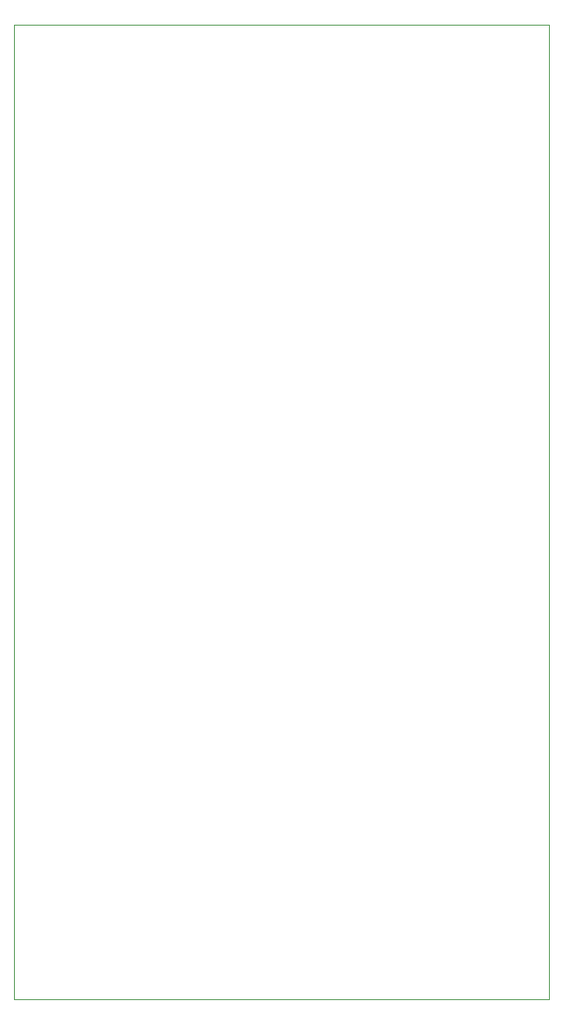
<source format=gbr>
%TF.GenerationSoftware,KiCad,Pcbnew,8.0.3*%
%TF.CreationDate,2024-07-30T21:02:43-04:00*%
%TF.ProjectId,synth-prototyping-pcb,73796e74-682d-4707-926f-746f74797069,1.0.0*%
%TF.SameCoordinates,Original*%
%TF.FileFunction,Profile,NP*%
%FSLAX46Y46*%
G04 Gerber Fmt 4.6, Leading zero omitted, Abs format (unit mm)*
G04 Created by KiCad (PCBNEW 8.0.3) date 2024-07-30 21:02:43*
%MOMM*%
%LPD*%
G01*
G04 APERTURE LIST*
%TA.AperFunction,Profile*%
%ADD10C,0.050000*%
%TD*%
G04 APERTURE END LIST*
D10*
X100000000Y-49200000D02*
X155000000Y-49200000D01*
X155000000Y-149200000D01*
X100000000Y-149200000D01*
X100000000Y-49200000D01*
M02*

</source>
